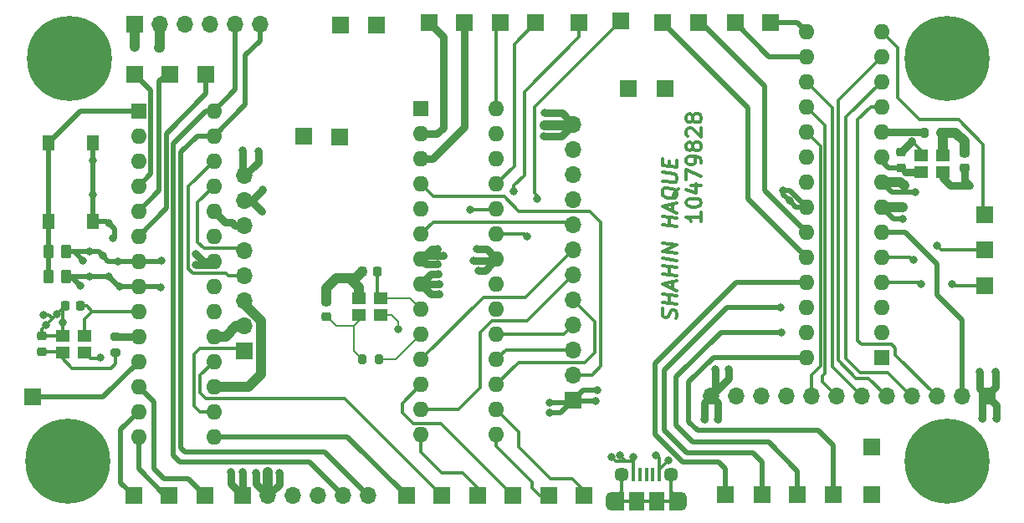
<source format=gbr>
%TF.GenerationSoftware,KiCad,Pcbnew,(6.0.2)*%
%TF.CreationDate,2022-03-17T15:01:17+00:00*%
%TF.ProjectId,PROJ324-Ard1,50524f4a-3332-4342-9d41-7264312e6b69,rev?*%
%TF.SameCoordinates,Original*%
%TF.FileFunction,Copper,L1,Top*%
%TF.FilePolarity,Positive*%
%FSLAX46Y46*%
G04 Gerber Fmt 4.6, Leading zero omitted, Abs format (unit mm)*
G04 Created by KiCad (PCBNEW (6.0.2)) date 2022-03-17 15:01:17*
%MOMM*%
%LPD*%
G01*
G04 APERTURE LIST*
G04 Aperture macros list*
%AMRoundRect*
0 Rectangle with rounded corners*
0 $1 Rounding radius*
0 $2 $3 $4 $5 $6 $7 $8 $9 X,Y pos of 4 corners*
0 Add a 4 corners polygon primitive as box body*
4,1,4,$2,$3,$4,$5,$6,$7,$8,$9,$2,$3,0*
0 Add four circle primitives for the rounded corners*
1,1,$1+$1,$2,$3*
1,1,$1+$1,$4,$5*
1,1,$1+$1,$6,$7*
1,1,$1+$1,$8,$9*
0 Add four rect primitives between the rounded corners*
20,1,$1+$1,$2,$3,$4,$5,0*
20,1,$1+$1,$4,$5,$6,$7,0*
20,1,$1+$1,$6,$7,$8,$9,0*
20,1,$1+$1,$8,$9,$2,$3,0*%
G04 Aperture macros list end*
%ADD10C,0.300000*%
%TA.AperFunction,NonConductor*%
%ADD11C,0.300000*%
%TD*%
%TA.AperFunction,ComponentPad*%
%ADD12R,1.700000X1.700000*%
%TD*%
%TA.AperFunction,SMDPad,CuDef*%
%ADD13RoundRect,0.250000X-0.262500X-0.450000X0.262500X-0.450000X0.262500X0.450000X-0.262500X0.450000X0*%
%TD*%
%TA.AperFunction,SMDPad,CuDef*%
%ADD14R,0.400000X1.350000*%
%TD*%
%TA.AperFunction,ComponentPad*%
%ADD15C,1.450000*%
%TD*%
%TA.AperFunction,SMDPad,CuDef*%
%ADD16R,1.500000X1.900000*%
%TD*%
%TA.AperFunction,ComponentPad*%
%ADD17O,1.200000X1.900000*%
%TD*%
%TA.AperFunction,SMDPad,CuDef*%
%ADD18R,1.200000X1.900000*%
%TD*%
%TA.AperFunction,SMDPad,CuDef*%
%ADD19R,1.400000X1.200000*%
%TD*%
%TA.AperFunction,ComponentPad*%
%ADD20O,1.700000X1.700000*%
%TD*%
%TA.AperFunction,SMDPad,CuDef*%
%ADD21RoundRect,0.225000X-0.250000X0.225000X-0.250000X-0.225000X0.250000X-0.225000X0.250000X0.225000X0*%
%TD*%
%TA.AperFunction,SMDPad,CuDef*%
%ADD22R,1.300000X1.550000*%
%TD*%
%TA.AperFunction,ComponentPad*%
%ADD23C,8.600000*%
%TD*%
%TA.AperFunction,ComponentPad*%
%ADD24C,0.900000*%
%TD*%
%TA.AperFunction,SMDPad,CuDef*%
%ADD25RoundRect,0.225000X0.250000X-0.225000X0.250000X0.225000X-0.250000X0.225000X-0.250000X-0.225000X0*%
%TD*%
%TA.AperFunction,SMDPad,CuDef*%
%ADD26RoundRect,0.225000X0.225000X0.250000X-0.225000X0.250000X-0.225000X-0.250000X0.225000X-0.250000X0*%
%TD*%
%TA.AperFunction,ComponentPad*%
%ADD27R,1.600000X1.600000*%
%TD*%
%TA.AperFunction,ComponentPad*%
%ADD28O,1.600000X1.600000*%
%TD*%
%TA.AperFunction,SMDPad,CuDef*%
%ADD29RoundRect,0.250000X0.262500X0.450000X-0.262500X0.450000X-0.262500X-0.450000X0.262500X-0.450000X0*%
%TD*%
%TA.AperFunction,SMDPad,CuDef*%
%ADD30RoundRect,0.200000X0.200000X0.275000X-0.200000X0.275000X-0.200000X-0.275000X0.200000X-0.275000X0*%
%TD*%
%TA.AperFunction,SMDPad,CuDef*%
%ADD31RoundRect,0.200000X-0.200000X-0.275000X0.200000X-0.275000X0.200000X0.275000X-0.200000X0.275000X0*%
%TD*%
%TA.AperFunction,SMDPad,CuDef*%
%ADD32RoundRect,0.200000X0.275000X-0.200000X0.275000X0.200000X-0.275000X0.200000X-0.275000X-0.200000X0*%
%TD*%
%TA.AperFunction,ViaPad*%
%ADD33C,0.800000*%
%TD*%
%TA.AperFunction,Conductor*%
%ADD34C,0.500000*%
%TD*%
%TA.AperFunction,Conductor*%
%ADD35C,0.750000*%
%TD*%
%TA.AperFunction,Conductor*%
%ADD36C,0.300000*%
%TD*%
%TA.AperFunction,Conductor*%
%ADD37C,1.000000*%
%TD*%
%TA.AperFunction,Conductor*%
%ADD38C,0.200000*%
%TD*%
G04 APERTURE END LIST*
D10*
D11*
X217548571Y-54421428D02*
X217548571Y-55278571D01*
X217548571Y-54850000D02*
X216048571Y-54850000D01*
X216262857Y-54992857D01*
X216405714Y-55135714D01*
X216477142Y-55278571D01*
X216048571Y-53492857D02*
X216048571Y-53350000D01*
X216120000Y-53207142D01*
X216191428Y-53135714D01*
X216334285Y-53064285D01*
X216620000Y-52992857D01*
X216977142Y-52992857D01*
X217262857Y-53064285D01*
X217405714Y-53135714D01*
X217477142Y-53207142D01*
X217548571Y-53350000D01*
X217548571Y-53492857D01*
X217477142Y-53635714D01*
X217405714Y-53707142D01*
X217262857Y-53778571D01*
X216977142Y-53850000D01*
X216620000Y-53850000D01*
X216334285Y-53778571D01*
X216191428Y-53707142D01*
X216120000Y-53635714D01*
X216048571Y-53492857D01*
X216548571Y-51707142D02*
X217548571Y-51707142D01*
X215977142Y-52064285D02*
X217048571Y-52421428D01*
X217048571Y-51492857D01*
X216048571Y-51064285D02*
X216048571Y-50064285D01*
X217548571Y-50707142D01*
X217548571Y-49421428D02*
X217548571Y-49135714D01*
X217477142Y-48992857D01*
X217405714Y-48921428D01*
X217191428Y-48778571D01*
X216905714Y-48707142D01*
X216334285Y-48707142D01*
X216191428Y-48778571D01*
X216120000Y-48850000D01*
X216048571Y-48992857D01*
X216048571Y-49278571D01*
X216120000Y-49421428D01*
X216191428Y-49492857D01*
X216334285Y-49564285D01*
X216691428Y-49564285D01*
X216834285Y-49492857D01*
X216905714Y-49421428D01*
X216977142Y-49278571D01*
X216977142Y-48992857D01*
X216905714Y-48850000D01*
X216834285Y-48778571D01*
X216691428Y-48707142D01*
X216691428Y-47850000D02*
X216620000Y-47992857D01*
X216548571Y-48064285D01*
X216405714Y-48135714D01*
X216334285Y-48135714D01*
X216191428Y-48064285D01*
X216120000Y-47992857D01*
X216048571Y-47850000D01*
X216048571Y-47564285D01*
X216120000Y-47421428D01*
X216191428Y-47350000D01*
X216334285Y-47278571D01*
X216405714Y-47278571D01*
X216548571Y-47350000D01*
X216620000Y-47421428D01*
X216691428Y-47564285D01*
X216691428Y-47850000D01*
X216762857Y-47992857D01*
X216834285Y-48064285D01*
X216977142Y-48135714D01*
X217262857Y-48135714D01*
X217405714Y-48064285D01*
X217477142Y-47992857D01*
X217548571Y-47850000D01*
X217548571Y-47564285D01*
X217477142Y-47421428D01*
X217405714Y-47350000D01*
X217262857Y-47278571D01*
X216977142Y-47278571D01*
X216834285Y-47350000D01*
X216762857Y-47421428D01*
X216691428Y-47564285D01*
X216191428Y-46707142D02*
X216120000Y-46635714D01*
X216048571Y-46492857D01*
X216048571Y-46135714D01*
X216120000Y-45992857D01*
X216191428Y-45921428D01*
X216334285Y-45850000D01*
X216477142Y-45850000D01*
X216691428Y-45921428D01*
X217548571Y-46778571D01*
X217548571Y-45850000D01*
X216691428Y-44992857D02*
X216620000Y-45135714D01*
X216548571Y-45207142D01*
X216405714Y-45278571D01*
X216334285Y-45278571D01*
X216191428Y-45207142D01*
X216120000Y-45135714D01*
X216048571Y-44992857D01*
X216048571Y-44707142D01*
X216120000Y-44564285D01*
X216191428Y-44492857D01*
X216334285Y-44421428D01*
X216405714Y-44421428D01*
X216548571Y-44492857D01*
X216620000Y-44564285D01*
X216691428Y-44707142D01*
X216691428Y-44992857D01*
X216762857Y-45135714D01*
X216834285Y-45207142D01*
X216977142Y-45278571D01*
X217262857Y-45278571D01*
X217405714Y-45207142D01*
X217477142Y-45135714D01*
X217548571Y-44992857D01*
X217548571Y-44707142D01*
X217477142Y-44564285D01*
X217405714Y-44492857D01*
X217262857Y-44421428D01*
X216977142Y-44421428D01*
X216834285Y-44492857D01*
X216762857Y-44564285D01*
X216691428Y-44707142D01*
D10*
D11*
X215027142Y-65178794D02*
X215098571Y-64973437D01*
X215098571Y-64616294D01*
X215027142Y-64464508D01*
X214955714Y-64384151D01*
X214812857Y-64294866D01*
X214670000Y-64277008D01*
X214527142Y-64330580D01*
X214455714Y-64393080D01*
X214384285Y-64527008D01*
X214312857Y-64803794D01*
X214241428Y-64937723D01*
X214170000Y-65000223D01*
X214027142Y-65053794D01*
X213884285Y-65035937D01*
X213741428Y-64946651D01*
X213670000Y-64866294D01*
X213598571Y-64714508D01*
X213598571Y-64357366D01*
X213670000Y-64152008D01*
X215098571Y-63687723D02*
X213598571Y-63500223D01*
X214312857Y-63589508D02*
X214312857Y-62732366D01*
X215098571Y-62830580D02*
X213598571Y-62643080D01*
X214670000Y-62134151D02*
X214670000Y-61419866D01*
X215098571Y-62330580D02*
X213598571Y-61643080D01*
X215098571Y-61330580D01*
X215098571Y-60830580D02*
X213598571Y-60643080D01*
X214312857Y-60732366D02*
X214312857Y-59875223D01*
X215098571Y-59973437D02*
X213598571Y-59785937D01*
X215098571Y-59259151D02*
X213598571Y-59071651D01*
X215098571Y-58544866D02*
X213598571Y-58357366D01*
X215098571Y-57687723D01*
X213598571Y-57500223D01*
X215098571Y-55830580D02*
X213598571Y-55643080D01*
X214312857Y-55732366D02*
X214312857Y-54875223D01*
X215098571Y-54973437D02*
X213598571Y-54785937D01*
X214670000Y-54277008D02*
X214670000Y-53562723D01*
X215098571Y-54473437D02*
X213598571Y-53785937D01*
X215098571Y-53473437D01*
X215241428Y-51991294D02*
X215170000Y-52125223D01*
X215027142Y-52250223D01*
X214812857Y-52437723D01*
X214741428Y-52571651D01*
X214741428Y-52714508D01*
X215098571Y-52687723D02*
X215027142Y-52821651D01*
X214884285Y-52946651D01*
X214598571Y-52982366D01*
X214098571Y-52919866D01*
X213812857Y-52812723D01*
X213670000Y-52652008D01*
X213598571Y-52500223D01*
X213598571Y-52214508D01*
X213670000Y-52080580D01*
X213812857Y-51955580D01*
X214098571Y-51919866D01*
X214598571Y-51982366D01*
X214884285Y-52089508D01*
X215027142Y-52250223D01*
X215098571Y-52402008D01*
X215098571Y-52687723D01*
X213598571Y-51214508D02*
X214812857Y-51366294D01*
X214955714Y-51312723D01*
X215027142Y-51250223D01*
X215098571Y-51116294D01*
X215098571Y-50830580D01*
X215027142Y-50678794D01*
X214955714Y-50598437D01*
X214812857Y-50509151D01*
X213598571Y-50357366D01*
X214312857Y-49732366D02*
X214312857Y-49232366D01*
X215098571Y-49116294D02*
X215098571Y-49830580D01*
X213598571Y-49643080D01*
X213598571Y-48928794D01*
D12*
%TO.P,J33,1,Pin_1*%
%TO.N,ATMEGA_3_TXD*%
X184700000Y-35400000D03*
%TD*%
%TO.P,J44,1,Pin_1*%
%TO.N,+5V*%
X210170000Y-41860000D03*
%TD*%
%TO.P,J21,1,Pin_1*%
%TO.N,Net-(J21-Pad1)*%
X221000000Y-35200000D03*
%TD*%
D13*
%TO.P,R10,1*%
%TO.N,ATMEGA_RESET*%
X151475000Y-58400000D03*
%TO.P,R10,2*%
%TO.N,+5V*%
X153300000Y-58400000D03*
%TD*%
D12*
%TO.P,J27,1,Pin_1*%
%TO.N,ATMEGA_2_RXD*%
X190000000Y-35200000D03*
%TD*%
%TO.P,J12,1,Pin_1*%
%TO.N,ATMEGA_1_RXD*%
X227300000Y-83000000D03*
%TD*%
%TO.P,J20,1,Pin_1*%
%TO.N,Net-(U4-Pad16)*%
X205700000Y-83100000D03*
%TD*%
D14*
%TO.P,J1,1,VBUS*%
%TO.N,+5V*%
X210710000Y-80967500D03*
%TO.P,J1,2,D-*%
%TO.N,USB_CONN_D-*%
X211360000Y-80967500D03*
%TO.P,J1,3,D+*%
%TO.N,USB_CONN_D+*%
X212010000Y-80967500D03*
%TO.P,J1,4,ID*%
%TO.N,unconnected-(J1-Pad4)*%
X212660000Y-80967500D03*
%TO.P,J1,5,GND*%
%TO.N,GND*%
X213310000Y-80967500D03*
D15*
%TO.P,J1,6,Shield*%
%TO.N,unconnected-(J1-Pad6)*%
X209510000Y-80967500D03*
D16*
X211010000Y-83667500D03*
D17*
X215510000Y-83667500D03*
D18*
X209110000Y-83667500D03*
D16*
X213010000Y-83667500D03*
D17*
X208510000Y-83667500D03*
D15*
X214510000Y-80967500D03*
D18*
X214910000Y-83667500D03*
%TD*%
D12*
%TO.P,J45,1,Pin_1*%
%TO.N,+5V*%
X234780000Y-83040000D03*
%TD*%
%TO.P,J38,1,Pin_1*%
%TO.N,Net-(J38-Pad1)*%
X198500000Y-83100000D03*
%TD*%
D19*
%TO.P,Y2,1,1*%
%TO.N,ATMEGA_2_CRYSTAL_IN*%
X185100000Y-63100000D03*
%TO.P,Y2,2,2*%
%TO.N,GND*%
X182900000Y-63100000D03*
%TO.P,Y2,3,3*%
%TO.N,Net-(C8-Pad1)*%
X182900000Y-64800000D03*
%TO.P,Y2,4,4*%
%TO.N,GND*%
X185100000Y-64800000D03*
%TD*%
D12*
%TO.P,J40,1,Pin_1*%
%TO.N,GND*%
X213900000Y-41830000D03*
%TD*%
%TO.P,J18,1,Pin_1*%
%TO.N,Net-(J18-Pad1)*%
X202100000Y-83100000D03*
%TD*%
%TO.P,J24,1,Pin_1*%
%TO.N,Net-(J24-Pad1)*%
X209400000Y-35000000D03*
%TD*%
%TO.P,J32,1,Pin_1*%
%TO.N,Net-(J32-Pad1)*%
X163800000Y-40400000D03*
%TD*%
%TO.P,J22,1,Pin_1*%
%TO.N,Net-(J22-Pad1)*%
X191300000Y-83100000D03*
%TD*%
%TO.P,J9,1,Pin_1*%
%TO.N,Net-(J9-Pad1)*%
X213600000Y-35200000D03*
%TD*%
%TO.P,J26,1,Pin_1*%
%TO.N,Net-(J26-Pad1)*%
X200800000Y-35200000D03*
%TD*%
%TO.P,J30,1,Pin_1*%
%TO.N,Net-(J30-Pad1)*%
X160200000Y-40400000D03*
%TD*%
%TO.P,J4,1,Pin_1*%
%TO.N,GND*%
X204600000Y-73400000D03*
D20*
%TO.P,J4,2,Pin_2*%
%TO.N,ATMEGA_2_DRDY*%
X204600000Y-70860000D03*
%TO.P,J4,3,Pin_3*%
%TO.N,ATMEGA_2_MISO*%
X204600000Y-68320000D03*
%TO.P,J4,4,Pin_4*%
%TO.N,ATMEGA_2_SCK*%
X204600000Y-65780000D03*
%TO.P,J4,5,Pin_5*%
%TO.N,ATMEGA_2_MOSI*%
X204600000Y-63240000D03*
%TO.P,J4,6,Pin_6*%
%TO.N,ATMEGA_2_CS*%
X204600000Y-60700000D03*
%TO.P,J4,7,Pin_7*%
%TO.N,ATMEGA_2_START*%
X204600000Y-58160000D03*
%TO.P,J4,8,Pin_8*%
%TO.N,ATMEGA_2_PWDN_RESET*%
X204600000Y-55620000D03*
%TO.P,J4,9,Pin_9*%
%TO.N,unconnected-(J4-Pad9)*%
X204600000Y-53080000D03*
%TO.P,J4,10,Pin_10*%
%TO.N,unconnected-(J4-Pad10)*%
X204600000Y-50540000D03*
%TO.P,J4,11,Pin_11*%
%TO.N,unconnected-(J4-Pad11)*%
X204600000Y-48000000D03*
%TO.P,J4,12,Pin_12*%
%TO.N,+5V*%
X204600000Y-45460000D03*
%TD*%
D21*
%TO.P,C6,1*%
%TO.N,Net-(C6-Pad1)*%
X244200000Y-48375000D03*
%TO.P,C6,2*%
%TO.N,GND*%
X244200000Y-49925000D03*
%TD*%
D12*
%TO.P,J16,1,Pin_1*%
%TO.N,Net-(J16-Pad1)*%
X246200000Y-54600000D03*
%TD*%
D22*
%TO.P,SW1,1,A*%
%TO.N,GND*%
X155950000Y-47325000D03*
X155950000Y-55275000D03*
%TO.P,SW1,2,B*%
%TO.N,ATMEGA_RESET*%
X151450000Y-55275000D03*
X151450000Y-47325000D03*
%TD*%
D12*
%TO.P,J42,1,Pin_1*%
%TO.N,GND*%
X180940000Y-46760000D03*
%TD*%
%TO.P,J41,1,Pin_1*%
%TO.N,GND*%
X234820000Y-78160000D03*
%TD*%
D23*
%TO.P,H3,1,1*%
%TO.N,GND*%
X242400000Y-79600000D03*
D24*
X242400000Y-76375000D03*
X240119581Y-81880419D03*
X239175000Y-79600000D03*
X244680419Y-77319581D03*
X245625000Y-79600000D03*
X240119581Y-77319581D03*
X244680419Y-81880419D03*
X242400000Y-82825000D03*
%TD*%
%TO.P,H2,1,1*%
%TO.N,GND*%
X151119581Y-81880419D03*
D23*
X153400000Y-79600000D03*
D24*
X155680419Y-77319581D03*
X156625000Y-79600000D03*
X153400000Y-76375000D03*
X151119581Y-77319581D03*
X155680419Y-81880419D03*
X150175000Y-79600000D03*
X153400000Y-82825000D03*
%TD*%
D19*
%TO.P,Y1,1,1*%
%TO.N,ATMEGA_1_CRYSTAL_IN*%
X239800000Y-50300000D03*
%TO.P,Y1,2,2*%
%TO.N,GND*%
X242000000Y-50300000D03*
%TO.P,Y1,3,3*%
%TO.N,Net-(C6-Pad1)*%
X242000000Y-48600000D03*
%TO.P,Y1,4,4*%
%TO.N,GND*%
X239800000Y-48600000D03*
%TD*%
D25*
%TO.P,C5,1*%
%TO.N,ATMEGA_1_CRYSTAL_IN*%
X237800000Y-49875000D03*
%TO.P,C5,2*%
%TO.N,GND*%
X237800000Y-48325000D03*
%TD*%
D26*
%TO.P,C9,1*%
%TO.N,ATMEGA_3_CRYSTAL_IN*%
X154700000Y-63900000D03*
%TO.P,C9,2*%
%TO.N,GND*%
X153150000Y-63900000D03*
%TD*%
D12*
%TO.P,J17,1,Pin_1*%
%TO.N,Net-(J17-Pad1)*%
X187700000Y-83100000D03*
%TD*%
%TO.P,J6,1,Pin_1*%
%TO.N,+5V*%
X160180000Y-35300000D03*
D20*
%TO.P,J6,2,Pin_2*%
%TO.N,GND*%
X162720000Y-35300000D03*
%TO.P,J6,3,Pin_3*%
%TO.N,unconnected-(J6-Pad3)*%
X165260000Y-35300000D03*
%TO.P,J6,4,Pin_4*%
%TO.N,unconnected-(J6-Pad4)*%
X167800000Y-35300000D03*
%TO.P,J6,5,Pin_5*%
%TO.N,ATMEGA_3_SCL_1*%
X170340000Y-35300000D03*
%TO.P,J6,6,Pin_6*%
%TO.N,ATMEGA_3_SDA_1*%
X172880000Y-35300000D03*
%TD*%
D12*
%TO.P,J14,1,Pin_1*%
%TO.N,Net-(J14-Pad1)*%
X163700000Y-83100000D03*
%TD*%
D27*
%TO.P,U5,1,~{RESET}/PC6*%
%TO.N,ATMEGA_RESET*%
X160600000Y-44100000D03*
D28*
%TO.P,U5,2,PD0*%
%TO.N,ATMEGA_3_RXD*%
X160600000Y-46640000D03*
%TO.P,U5,3,PD1*%
%TO.N,ATMEGA_3_TXD*%
X160600000Y-49180000D03*
%TO.P,U5,4,PD2*%
%TO.N,Net-(J30-Pad1)*%
X160600000Y-51720000D03*
%TO.P,U5,5,PD3*%
%TO.N,Net-(J32-Pad1)*%
X160600000Y-54260000D03*
%TO.P,U5,6,PD4*%
%TO.N,Net-(J35-Pad1)*%
X160600000Y-56800000D03*
%TO.P,U5,7,VCC*%
%TO.N,+5V*%
X160600000Y-59340000D03*
%TO.P,U5,8,GND*%
%TO.N,GND*%
X160600000Y-61880000D03*
%TO.P,U5,9,XTAL1/PB6*%
%TO.N,ATMEGA_3_CRYSTAL_IN*%
X160600000Y-64420000D03*
%TO.P,U5,10,XTAL2/PB7*%
%TO.N,ATMEGA_3_CRYSTAL_OUT*%
X160600000Y-66960000D03*
%TO.P,U5,11,PD5*%
%TO.N,Net-(J36-Pad1)*%
X160600000Y-69500000D03*
%TO.P,U5,12,PD6*%
%TO.N,Net-(J37-Pad1)*%
X160600000Y-72040000D03*
%TO.P,U5,13,PD7*%
%TO.N,Net-(J39-Pad1)*%
X160600000Y-74580000D03*
%TO.P,U5,14,PB0*%
%TO.N,Net-(J14-Pad1)*%
X160600000Y-77120000D03*
%TO.P,U5,15,PB1*%
%TO.N,Net-(J17-Pad1)*%
X168220000Y-77120000D03*
%TO.P,U5,16,PB2*%
%TO.N,ATMEGA_3_LCD_LED*%
X168220000Y-74580000D03*
%TO.P,U5,17,PB3*%
%TO.N,ATMEGA_3_LCD_SDA*%
X168220000Y-72040000D03*
%TO.P,U5,18,PB4*%
%TO.N,Net-(J22-Pad1)*%
X168220000Y-69500000D03*
%TO.P,U5,19,PB5*%
%TO.N,ATMEGA_3_LCD_SCK*%
X168220000Y-66960000D03*
%TO.P,U5,20,AVCC*%
%TO.N,unconnected-(U5-Pad20)*%
X168220000Y-64420000D03*
%TO.P,U5,21,AREF*%
%TO.N,unconnected-(U5-Pad21)*%
X168220000Y-61880000D03*
%TO.P,U5,22,GND*%
%TO.N,GND*%
X168220000Y-59340000D03*
%TO.P,U5,23,PC0*%
%TO.N,unconnected-(U5-Pad23)*%
X168220000Y-56800000D03*
%TO.P,U5,24,PC1*%
%TO.N,ATMEGA_3_LCD_CS*%
X168220000Y-54260000D03*
%TO.P,U5,25,PC2*%
%TO.N,ATMEGA_3_LCD_RESET*%
X168220000Y-51720000D03*
%TO.P,U5,26,PC3*%
%TO.N,ATMEGA_3_LCD_A0*%
X168220000Y-49180000D03*
%TO.P,U5,27,PC4*%
%TO.N,ATMEGA_3_SDA_1*%
X168220000Y-46640000D03*
%TO.P,U5,28,PC5*%
%TO.N,ATMEGA_3_SCL_1*%
X168220000Y-44100000D03*
%TD*%
D29*
%TO.P,R11,1*%
%TO.N,GND*%
X153300000Y-60900000D03*
%TO.P,R11,2*%
%TO.N,ATMEGA_RESET*%
X151475000Y-60900000D03*
%TD*%
D24*
%TO.P,H4,1,1*%
%TO.N,GND*%
X244680419Y-36519581D03*
X245625000Y-38800000D03*
D23*
X242400000Y-38800000D03*
D24*
X242400000Y-35575000D03*
X244680419Y-41080419D03*
X242400000Y-42025000D03*
X239175000Y-38800000D03*
X240119581Y-36519581D03*
X240119581Y-41080419D03*
%TD*%
D25*
%TO.P,C8,1*%
%TO.N,Net-(C8-Pad1)*%
X179600000Y-65000000D03*
%TO.P,C8,2*%
%TO.N,GND*%
X179600000Y-63450000D03*
%TD*%
D12*
%TO.P,J35,1,Pin_1*%
%TO.N,Net-(J35-Pad1)*%
X167400000Y-40400000D03*
%TD*%
D30*
%TO.P,R7,1*%
%TO.N,Net-(C6-Pad1)*%
X241800000Y-46300000D03*
%TO.P,R7,2*%
%TO.N,ATMEGA_1_CRYSTAL_OUT*%
X240150000Y-46300000D03*
%TD*%
D12*
%TO.P,J37,1,Pin_1*%
%TO.N,Net-(J37-Pad1)*%
X167300000Y-83100000D03*
%TD*%
D26*
%TO.P,C7,1*%
%TO.N,ATMEGA_2_CRYSTAL_IN*%
X184800000Y-60400000D03*
%TO.P,C7,2*%
%TO.N,GND*%
X183250000Y-60400000D03*
%TD*%
D12*
%TO.P,J23,1,Pin_1*%
%TO.N,ATMEGA_3_RXD*%
X181000000Y-35400000D03*
%TD*%
%TO.P,J7,1,Pin_1*%
%TO.N,ATMEGA_3_LCD_LED*%
X171300000Y-68475000D03*
D20*
%TO.P,J7,2,Pin_2*%
%TO.N,ATMEGA_3_LCD_SCK*%
X171300000Y-65935000D03*
%TO.P,J7,3,Pin_3*%
%TO.N,ATMEGA_3_LCD_SDA*%
X171300000Y-63395000D03*
%TO.P,J7,4,Pin_4*%
%TO.N,ATMEGA_3_LCD_A0*%
X171300000Y-60855000D03*
%TO.P,J7,5,Pin_5*%
%TO.N,ATMEGA_3_LCD_RESET*%
X171300000Y-58315000D03*
%TO.P,J7,6,Pin_6*%
%TO.N,ATMEGA_3_LCD_CS*%
X171300000Y-55775000D03*
%TO.P,J7,7,Pin_7*%
%TO.N,GND*%
X171300000Y-53235000D03*
%TO.P,J7,8,Pin_8*%
%TO.N,+5V*%
X171300000Y-50695000D03*
%TD*%
D12*
%TO.P,J10,1,Pin_1*%
%TO.N,Net-(J10-Pad1)*%
X220000000Y-83000000D03*
%TD*%
%TO.P,J29,1,Pin_1*%
%TO.N,Net-(J29-Pad1)*%
X197200000Y-35200000D03*
%TD*%
%TO.P,J19,1,Pin_1*%
%TO.N,Net-(J19-Pad1)*%
X224600000Y-35200000D03*
%TD*%
%TO.P,J13,1,Pin_1*%
%TO.N,Net-(J13-Pad1)*%
X230900000Y-83000000D03*
%TD*%
%TO.P,J31,1,Pin_1*%
%TO.N,Net-(J31-Pad1)*%
X246200000Y-61800000D03*
%TD*%
%TO.P,J8,1,Pin_1*%
%TO.N,Net-(J8-Pad1)*%
X217300000Y-35200000D03*
%TD*%
D25*
%TO.P,C10,1*%
%TO.N,Net-(C10-Pad1)*%
X150800000Y-68500000D03*
%TO.P,C10,2*%
%TO.N,GND*%
X150800000Y-66950000D03*
%TD*%
D27*
%TO.P,U4,1,~{RESET}/PC6*%
%TO.N,ATMEGA_RESET*%
X189200000Y-43900000D03*
D28*
%TO.P,U4,2,PD0*%
%TO.N,ATMEGA_2_RXD*%
X189200000Y-46440000D03*
%TO.P,U4,3,PD1*%
%TO.N,ATMEGA_2_TXD*%
X189200000Y-48980000D03*
%TO.P,U4,4,PD2*%
%TO.N,ATMEGA_2_DRDY*%
X189200000Y-51520000D03*
%TO.P,U4,5,PD3*%
%TO.N,unconnected-(U4-Pad5)*%
X189200000Y-54060000D03*
%TO.P,U4,6,PD4*%
%TO.N,ATMEGA_2_PWDN_RESET*%
X189200000Y-56600000D03*
%TO.P,U4,7,VCC*%
%TO.N,+5V*%
X189200000Y-59140000D03*
%TO.P,U4,8,GND*%
%TO.N,GND*%
X189200000Y-61680000D03*
%TO.P,U4,9,XTAL1/PB6*%
%TO.N,ATMEGA_2_CRYSTAL_IN*%
X189200000Y-64220000D03*
%TO.P,U4,10,XTAL2/PB7*%
%TO.N,ATMEGA_2_CRYSTAL_OUT*%
X189200000Y-66760000D03*
%TO.P,U4,11,PD5*%
%TO.N,ATMEGA_2_START*%
X189200000Y-69300000D03*
%TO.P,U4,12,PD6*%
%TO.N,Net-(J38-Pad1)*%
X189200000Y-71840000D03*
%TO.P,U4,13,PD7*%
%TO.N,ATMEGA_2_CS*%
X189200000Y-74380000D03*
%TO.P,U4,14,PB0*%
%TO.N,Net-(J15-Pad1)*%
X189200000Y-76920000D03*
%TO.P,U4,15,PB1*%
%TO.N,Net-(J18-Pad1)*%
X196820000Y-76920000D03*
%TO.P,U4,16,PB2*%
%TO.N,Net-(U4-Pad16)*%
X196820000Y-74380000D03*
%TO.P,U4,17,PB3*%
%TO.N,ATMEGA_2_MOSI*%
X196820000Y-71840000D03*
%TO.P,U4,18,PB4*%
%TO.N,ATMEGA_2_MISO*%
X196820000Y-69300000D03*
%TO.P,U4,19,PB5*%
%TO.N,ATMEGA_2_SCK*%
X196820000Y-66760000D03*
%TO.P,U4,20,AVCC*%
%TO.N,unconnected-(U4-Pad20)*%
X196820000Y-64220000D03*
%TO.P,U4,21,AREF*%
%TO.N,unconnected-(U4-Pad21)*%
X196820000Y-61680000D03*
%TO.P,U4,22,GND*%
%TO.N,GND*%
X196820000Y-59140000D03*
%TO.P,U4,23,PC0*%
%TO.N,Net-(J24-Pad1)*%
X196820000Y-56600000D03*
%TO.P,U4,24,PC1*%
%TO.N,Net-(J25-Pad1)*%
X196820000Y-54060000D03*
%TO.P,U4,25,PC2*%
%TO.N,Net-(J26-Pad1)*%
X196820000Y-51520000D03*
%TO.P,U4,26,PC3*%
%TO.N,unconnected-(U4-Pad26)*%
X196820000Y-48980000D03*
%TO.P,U4,27,PC4*%
%TO.N,unconnected-(U4-Pad27)*%
X196820000Y-46440000D03*
%TO.P,U4,28,PC5*%
%TO.N,Net-(J29-Pad1)*%
X196820000Y-43900000D03*
%TD*%
D12*
%TO.P,J28,1,Pin_1*%
%TO.N,ATMEGA_2_TXD*%
X193600000Y-35200000D03*
%TD*%
%TO.P,J36,1,Pin_1*%
%TO.N,Net-(J36-Pad1)*%
X149900000Y-73100000D03*
%TD*%
D24*
%TO.P,H1,1,1*%
%TO.N,GND*%
X151319581Y-36519581D03*
D23*
X153600000Y-38800000D03*
D24*
X151319581Y-41080419D03*
X155880419Y-41080419D03*
X150375000Y-38800000D03*
X155880419Y-36519581D03*
X153600000Y-35575000D03*
X153600000Y-42025000D03*
X156825000Y-38800000D03*
%TD*%
D12*
%TO.P,J39,1,Pin_1*%
%TO.N,Net-(J39-Pad1)*%
X160100000Y-83100000D03*
%TD*%
%TO.P,J15,1,Pin_1*%
%TO.N,Net-(J15-Pad1)*%
X194900000Y-83100000D03*
%TD*%
D31*
%TO.P,R8,1*%
%TO.N,Net-(C8-Pad1)*%
X183250000Y-69300000D03*
%TO.P,R8,2*%
%TO.N,ATMEGA_2_CRYSTAL_OUT*%
X184900000Y-69300000D03*
%TD*%
D12*
%TO.P,J43,1,Pin_1*%
%TO.N,+5V*%
X177290000Y-46720000D03*
%TD*%
D27*
%TO.P,U3,1,~{RESET}/PC6*%
%TO.N,ATMEGA_RESET*%
X235800000Y-69100000D03*
D28*
%TO.P,U3,2,PD0*%
%TO.N,ATMEGA_1_RXD*%
X235800000Y-66560000D03*
%TO.P,U3,3,PD1*%
%TO.N,ATMEGA_1_TXD*%
X235800000Y-64020000D03*
%TO.P,U3,4,PD2*%
%TO.N,Net-(J31-Pad1)*%
X235800000Y-61480000D03*
%TO.P,U3,5,PD3*%
%TO.N,Net-(J34-Pad1)*%
X235800000Y-58940000D03*
%TO.P,U3,6,PD4*%
%TO.N,ATMEGA_1_PWDN_RESET*%
X235800000Y-56400000D03*
%TO.P,U3,7,VCC*%
%TO.N,+5V*%
X235800000Y-53860000D03*
%TO.P,U3,8,GND*%
%TO.N,GND*%
X235800000Y-51320000D03*
%TO.P,U3,9,XTAL1/PB6*%
%TO.N,ATMEGA_1_CRYSTAL_IN*%
X235800000Y-48780000D03*
%TO.P,U3,10,XTAL2/PB7*%
%TO.N,ATMEGA_1_CRYSTAL_OUT*%
X235800000Y-46240000D03*
%TO.P,U3,11,PD5*%
%TO.N,ATMEGA_1_START*%
X235800000Y-43700000D03*
%TO.P,U3,12,PD6*%
%TO.N,ATMEGA_1_DRDY*%
X235800000Y-41160000D03*
%TO.P,U3,13,PD7*%
%TO.N,ATMEGA_1_CS*%
X235800000Y-38620000D03*
%TO.P,U3,14,PB0*%
%TO.N,Net-(J16-Pad1)*%
X235800000Y-36080000D03*
%TO.P,U3,15,PB1*%
%TO.N,Net-(J19-Pad1)*%
X228180000Y-36080000D03*
%TO.P,U3,16,PB2*%
%TO.N,Net-(J21-Pad1)*%
X228180000Y-38620000D03*
%TO.P,U3,17,PB3*%
%TO.N,ATMEGA_1_MOSI*%
X228180000Y-41160000D03*
%TO.P,U3,18,PB4*%
%TO.N,ATMEGA_1_MISO*%
X228180000Y-43700000D03*
%TO.P,U3,19,PB5*%
%TO.N,ATMEGA_1_SCK*%
X228180000Y-46240000D03*
%TO.P,U3,20,AVCC*%
%TO.N,unconnected-(U3-Pad20)*%
X228180000Y-48780000D03*
%TO.P,U3,21,AREF*%
%TO.N,unconnected-(U3-Pad21)*%
X228180000Y-51320000D03*
%TO.P,U3,22,GND*%
%TO.N,GND*%
X228180000Y-53860000D03*
%TO.P,U3,23,PC0*%
%TO.N,Net-(J8-Pad1)*%
X228180000Y-56400000D03*
%TO.P,U3,24,PC1*%
%TO.N,Net-(J9-Pad1)*%
X228180000Y-58940000D03*
%TO.P,U3,25,PC2*%
%TO.N,Net-(J10-Pad1)*%
X228180000Y-61480000D03*
%TO.P,U3,26,PC3*%
%TO.N,unconnected-(U3-Pad26)*%
X228180000Y-64020000D03*
%TO.P,U3,27,PC4*%
%TO.N,unconnected-(U3-Pad27)*%
X228180000Y-66560000D03*
%TO.P,U3,28,PC5*%
%TO.N,Net-(J13-Pad1)*%
X228180000Y-69100000D03*
%TD*%
D12*
%TO.P,J25,1,Pin_1*%
%TO.N,Net-(J25-Pad1)*%
X205200000Y-35200000D03*
%TD*%
D19*
%TO.P,Y3,1,1*%
%TO.N,ATMEGA_3_CRYSTAL_IN*%
X155100000Y-66900000D03*
%TO.P,Y3,2,2*%
%TO.N,GND*%
X152900000Y-66900000D03*
%TO.P,Y3,3,3*%
%TO.N,Net-(C10-Pad1)*%
X152900000Y-68600000D03*
%TO.P,Y3,4,4*%
%TO.N,GND*%
X155100000Y-68600000D03*
%TD*%
D12*
%TO.P,J34,1,Pin_1*%
%TO.N,Net-(J34-Pad1)*%
X246200000Y-58200000D03*
%TD*%
%TO.P,J3,1,Pin_1*%
%TO.N,+5V*%
X246450000Y-73000000D03*
D20*
%TO.P,J3,2,Pin_2*%
%TO.N,ATMEGA_1_PWDN_RESET*%
X243910000Y-73000000D03*
%TO.P,J3,3,Pin_3*%
%TO.N,ATMEGA_1_START*%
X241370000Y-73000000D03*
%TO.P,J3,4,Pin_4*%
%TO.N,ATMEGA_1_DRDY*%
X238830000Y-73000000D03*
%TO.P,J3,5,Pin_5*%
%TO.N,ATMEGA_1_CS*%
X236290000Y-73000000D03*
%TO.P,J3,6,Pin_6*%
%TO.N,ATMEGA_1_MOSI*%
X233750000Y-73000000D03*
%TO.P,J3,7,Pin_7*%
%TO.N,ATMEGA_1_MISO*%
X231210000Y-73000000D03*
%TO.P,J3,8,Pin_8*%
%TO.N,ATMEGA_1_SCK*%
X228670000Y-73000000D03*
%TO.P,J3,9,Pin_9*%
%TO.N,unconnected-(J3-Pad9)*%
X226130000Y-73000000D03*
%TO.P,J3,10,Pin_10*%
%TO.N,unconnected-(J3-Pad10)*%
X223590000Y-73000000D03*
%TO.P,J3,11,Pin_11*%
%TO.N,unconnected-(J3-Pad11)*%
X221050000Y-73000000D03*
%TO.P,J3,12,Pin_12*%
%TO.N,GND*%
X218510000Y-73000000D03*
%TD*%
D32*
%TO.P,R9,1*%
%TO.N,Net-(C10-Pad1)*%
X158300000Y-68650000D03*
%TO.P,R9,2*%
%TO.N,ATMEGA_3_CRYSTAL_OUT*%
X158300000Y-67000000D03*
%TD*%
D12*
%TO.P,J11,1,Pin_1*%
%TO.N,ATMEGA_1_TXD*%
X223700000Y-83000000D03*
%TD*%
%TO.P,J5,1,Pin_1*%
%TO.N,+5V*%
X171150000Y-83100000D03*
D20*
%TO.P,J5,2,Pin_2*%
%TO.N,GND*%
X173690000Y-83100000D03*
%TO.P,J5,3,Pin_3*%
%TO.N,unconnected-(J5-Pad3)*%
X176230000Y-83100000D03*
%TO.P,J5,4,Pin_4*%
%TO.N,unconnected-(J5-Pad4)*%
X178770000Y-83100000D03*
%TO.P,J5,5,Pin_5*%
%TO.N,ATMEGA_3_SCL_1*%
X181310000Y-83100000D03*
%TO.P,J5,6,Pin_6*%
%TO.N,ATMEGA_3_SDA_1*%
X183850000Y-83100000D03*
%TD*%
D33*
%TO.N,GND*%
X191000000Y-61700000D03*
X166400000Y-58600000D03*
X162800000Y-62000000D03*
X186900000Y-66200000D03*
X226480000Y-53240000D03*
X158000000Y-57000000D03*
X202184000Y-73660000D03*
X190980000Y-60690000D03*
X217830000Y-75390000D03*
X152900000Y-65540000D03*
X195000000Y-60280000D03*
X244700000Y-51700000D03*
X239230000Y-52390000D03*
X182000000Y-61100000D03*
X162700000Y-37700000D03*
X155600000Y-60900000D03*
X172510000Y-80770000D03*
X173200000Y-52100000D03*
X194500000Y-59300000D03*
X174840000Y-80800000D03*
X238900000Y-47214500D03*
X156700000Y-69100000D03*
X194860000Y-58150000D03*
X173110000Y-54340000D03*
X173700000Y-80700000D03*
X166400000Y-59750000D03*
X157570000Y-55470000D03*
X220300000Y-70340000D03*
X238100000Y-51700000D03*
X151000000Y-64800000D03*
X152300000Y-64750000D03*
X154700000Y-61800000D03*
X202184000Y-74676000D03*
X206900000Y-73500000D03*
X219210000Y-75380000D03*
X207010000Y-72390000D03*
X219010000Y-70300000D03*
X225820000Y-52220000D03*
X242800000Y-51700000D03*
X213000000Y-79000000D03*
X155950000Y-49160000D03*
X162720000Y-36610000D03*
X180000000Y-61700000D03*
X214190000Y-79570000D03*
X155950000Y-52600000D03*
X157600000Y-60900000D03*
X191000000Y-62690000D03*
X158710000Y-61880000D03*
X151245000Y-65805000D03*
%TO.N,+5V*%
X155000000Y-59300000D03*
X158490000Y-59340000D03*
X201670000Y-44350000D03*
X172730000Y-48190000D03*
X169990000Y-80720000D03*
X237920000Y-55050000D03*
X201650000Y-46700000D03*
X201676000Y-45600000D03*
X157010000Y-58810000D03*
X247340000Y-70560000D03*
X160180000Y-36710000D03*
X190890000Y-58080000D03*
X245970000Y-75300000D03*
X155620000Y-58400000D03*
X171100000Y-80700000D03*
X191470000Y-58820000D03*
X237900000Y-53900000D03*
X208460000Y-79190000D03*
X247380000Y-75310000D03*
X171100000Y-48100000D03*
X210710000Y-79150000D03*
X209350000Y-79040000D03*
X190890000Y-59610000D03*
X160200000Y-37600000D03*
X245700000Y-70560000D03*
X162900000Y-59300000D03*
%TO.N,ATMEGA_1_RXD*%
X225650000Y-66600000D03*
%TO.N,ATMEGA_1_TXD*%
X225600000Y-64000000D03*
%TO.N,Net-(J34-Pad1)*%
X241400000Y-57800000D03*
X239000000Y-59200000D03*
%TO.N,Net-(J31-Pad1)*%
X239800000Y-61700000D03*
X242900000Y-61700000D03*
%TO.N,Net-(J25-Pad1)*%
X194200000Y-54100000D03*
X198600000Y-52300000D03*
%TO.N,Net-(J24-Pad1)*%
X199900000Y-56800000D03*
X200900000Y-53000000D03*
%TD*%
D34*
%TO.N,Net-(J9-Pad1)*%
X222240000Y-53000000D02*
X228180000Y-58940000D01*
X213600000Y-35200000D02*
X222240000Y-43840000D01*
X222240000Y-43840000D02*
X222240000Y-53000000D01*
D35*
%TO.N,GND*%
X195830000Y-58150000D02*
X196820000Y-59140000D01*
X217830000Y-75390000D02*
X217830000Y-73680000D01*
X174840000Y-80800000D02*
X174840000Y-81950000D01*
D34*
X204340000Y-73660000D02*
X204600000Y-73400000D01*
D36*
X155100000Y-68600000D02*
X155700000Y-69200000D01*
D35*
X190190000Y-60690000D02*
X189200000Y-61680000D01*
X166400000Y-58600000D02*
X167140000Y-59340000D01*
D34*
X155950000Y-52600000D02*
X155950000Y-55275000D01*
D35*
X242000000Y-50900000D02*
X242800000Y-51700000D01*
X191000000Y-61700000D02*
X189220000Y-61700000D01*
D34*
X153300000Y-60900000D02*
X155600000Y-60900000D01*
D37*
X182000000Y-61100000D02*
X182550000Y-61100000D01*
X173700000Y-80700000D02*
X173700000Y-83090000D01*
D35*
X194500000Y-59300000D02*
X196660000Y-59300000D01*
D34*
X158200000Y-56800000D02*
X158000000Y-57000000D01*
X160600000Y-61880000D02*
X162680000Y-61880000D01*
D35*
X167810000Y-59750000D02*
X168220000Y-59340000D01*
X219210000Y-75380000D02*
X219210000Y-73700000D01*
D34*
X153300000Y-60900000D02*
X153800000Y-60900000D01*
X225820000Y-52580000D02*
X226480000Y-53240000D01*
D35*
X244200000Y-51200000D02*
X244700000Y-51700000D01*
D34*
X158200000Y-56100000D02*
X158200000Y-56800000D01*
D36*
X151500000Y-64800000D02*
X151875000Y-65175000D01*
D35*
X191000000Y-62690000D02*
X190210000Y-62690000D01*
D38*
X185100000Y-64800000D02*
X186200000Y-64800000D01*
D35*
X220300000Y-70340000D02*
X220300000Y-71210000D01*
X189220000Y-61700000D02*
X189200000Y-61680000D01*
D34*
X157570000Y-55470000D02*
X158200000Y-56100000D01*
X239230000Y-52390000D02*
X236870000Y-52390000D01*
D36*
X152900000Y-65540000D02*
X152900000Y-66900000D01*
D34*
X157375000Y-55275000D02*
X157570000Y-55470000D01*
D37*
X182900000Y-63100000D02*
X182900000Y-62000000D01*
D36*
X239800000Y-48114500D02*
X238900000Y-47214500D01*
X213310000Y-80967500D02*
X213310000Y-79310000D01*
D35*
X217830000Y-73680000D02*
X218510000Y-73000000D01*
D37*
X182900000Y-62000000D02*
X182000000Y-61100000D01*
D38*
X186200000Y-64800000D02*
X186900000Y-65500000D01*
D34*
X202184000Y-74676000D02*
X203324000Y-74676000D01*
D35*
X172510000Y-80770000D02*
X172510000Y-81920000D01*
D36*
X150800000Y-66250000D02*
X151245000Y-65805000D01*
D35*
X171000000Y-53235000D02*
X172065000Y-53235000D01*
D34*
X236870000Y-52390000D02*
X235800000Y-51320000D01*
D36*
X213310000Y-79310000D02*
X213000000Y-79000000D01*
D34*
X155950000Y-47325000D02*
X155950000Y-49160000D01*
X158580000Y-61880000D02*
X158710000Y-61880000D01*
D35*
X238900000Y-47225000D02*
X237800000Y-48325000D01*
X219210000Y-73700000D02*
X218510000Y-73000000D01*
D34*
X203324000Y-74676000D02*
X204600000Y-73400000D01*
D36*
X156600000Y-69200000D02*
X156700000Y-69100000D01*
X155700000Y-69200000D02*
X156600000Y-69200000D01*
D35*
X238900000Y-47214500D02*
X238900000Y-47225000D01*
D38*
X186900000Y-65500000D02*
X186900000Y-66200000D01*
D34*
X155950000Y-49160000D02*
X155950000Y-52600000D01*
X158710000Y-61880000D02*
X160600000Y-61880000D01*
X155950000Y-55275000D02*
X157375000Y-55275000D01*
D36*
X213310000Y-80967500D02*
X213310000Y-80450000D01*
X151245000Y-65805000D02*
X151875000Y-65175000D01*
D35*
X244200000Y-49925000D02*
X244200000Y-51200000D01*
D34*
X155600000Y-60900000D02*
X157600000Y-60900000D01*
D37*
X235800000Y-51320000D02*
X237720000Y-51320000D01*
D34*
X205610000Y-72390000D02*
X204600000Y-73400000D01*
D37*
X237720000Y-51320000D02*
X238100000Y-51700000D01*
D35*
X166400000Y-59750000D02*
X167810000Y-59750000D01*
D34*
X228180000Y-53860000D02*
X227100000Y-53860000D01*
D35*
X194860000Y-58150000D02*
X195830000Y-58150000D01*
D34*
X225820000Y-52220000D02*
X226540000Y-52220000D01*
D36*
X152300000Y-64750000D02*
X153150000Y-63900000D01*
D35*
X171300000Y-53235000D02*
X172005000Y-53235000D01*
D34*
X153800000Y-60900000D02*
X154700000Y-61800000D01*
D35*
X172065000Y-53235000D02*
X173200000Y-52100000D01*
X195680000Y-60280000D02*
X196820000Y-59140000D01*
D37*
X182000000Y-61100000D02*
X180600000Y-61100000D01*
X179600000Y-62100000D02*
X179600000Y-63450000D01*
D34*
X207010000Y-72390000D02*
X205610000Y-72390000D01*
D36*
X239800000Y-48600000D02*
X239800000Y-48114500D01*
X213310000Y-80450000D02*
X214190000Y-79570000D01*
D34*
X227100000Y-53860000D02*
X226480000Y-53240000D01*
D37*
X180600000Y-61100000D02*
X180000000Y-61700000D01*
D36*
X152900000Y-64150000D02*
X152900000Y-65540000D01*
D34*
X226540000Y-52220000D02*
X228180000Y-53860000D01*
D35*
X242800000Y-51700000D02*
X244700000Y-51700000D01*
D34*
X204700000Y-73500000D02*
X204600000Y-73400000D01*
D37*
X162720000Y-37680000D02*
X162700000Y-37700000D01*
D34*
X225820000Y-52220000D02*
X225820000Y-52580000D01*
D36*
X153150000Y-63900000D02*
X152900000Y-64150000D01*
D37*
X173700000Y-83090000D02*
X173690000Y-83100000D01*
D35*
X219010000Y-70300000D02*
X219010000Y-72500000D01*
D36*
X150800000Y-66950000D02*
X152850000Y-66950000D01*
D35*
X174840000Y-81950000D02*
X173690000Y-83100000D01*
X220300000Y-71210000D02*
X218510000Y-73000000D01*
D37*
X162720000Y-36610000D02*
X162720000Y-37680000D01*
D35*
X190210000Y-62690000D02*
X189200000Y-61680000D01*
X172510000Y-81920000D02*
X173690000Y-83100000D01*
D34*
X202184000Y-73660000D02*
X204340000Y-73660000D01*
D38*
X183200000Y-60400000D02*
X182900000Y-60700000D01*
D36*
X151875000Y-65175000D02*
X152300000Y-64750000D01*
D35*
X190980000Y-60690000D02*
X190190000Y-60690000D01*
X195000000Y-60280000D02*
X195680000Y-60280000D01*
D36*
X152850000Y-66950000D02*
X152900000Y-66900000D01*
D34*
X162680000Y-61880000D02*
X162800000Y-62000000D01*
D37*
X182550000Y-61100000D02*
X183250000Y-60400000D01*
D36*
X151000000Y-64800000D02*
X151500000Y-64800000D01*
D35*
X242000000Y-50300000D02*
X242000000Y-50900000D01*
X167140000Y-59340000D02*
X168220000Y-59340000D01*
X196660000Y-59300000D02*
X196820000Y-59140000D01*
X172005000Y-53235000D02*
X173110000Y-54340000D01*
D34*
X157600000Y-60900000D02*
X158580000Y-61880000D01*
D37*
X162720000Y-35300000D02*
X162720000Y-36610000D01*
D34*
X206900000Y-73500000D02*
X204700000Y-73500000D01*
D37*
X180000000Y-61700000D02*
X179600000Y-62100000D01*
D36*
X150800000Y-66950000D02*
X150800000Y-66250000D01*
D35*
%TO.N,+5V*%
X190890000Y-59610000D02*
X189670000Y-59610000D01*
X247380000Y-73930000D02*
X246450000Y-73000000D01*
X201670000Y-44350000D02*
X203490000Y-44350000D01*
D34*
X154100000Y-58400000D02*
X155000000Y-59300000D01*
D35*
X172730000Y-48190000D02*
X172730000Y-49265000D01*
X245700000Y-72250000D02*
X246450000Y-73000000D01*
D36*
X209950000Y-79640000D02*
X209350000Y-79040000D01*
D37*
X237860000Y-53860000D02*
X237900000Y-53900000D01*
D35*
X171100000Y-50495000D02*
X171300000Y-50695000D01*
X203490000Y-44350000D02*
X204600000Y-45460000D01*
D36*
X210710000Y-79640000D02*
X209950000Y-79640000D01*
D35*
X190260000Y-58080000D02*
X189200000Y-59140000D01*
X247340000Y-72110000D02*
X246450000Y-73000000D01*
X201650000Y-46700000D02*
X203360000Y-46700000D01*
D36*
X208910000Y-79640000D02*
X208460000Y-79190000D01*
D35*
X169990000Y-81940000D02*
X171150000Y-83100000D01*
X190890000Y-58080000D02*
X190260000Y-58080000D01*
D34*
X162860000Y-59340000D02*
X162900000Y-59300000D01*
D35*
X191470000Y-58820000D02*
X189520000Y-58820000D01*
D36*
X210710000Y-80967500D02*
X210710000Y-79640000D01*
D34*
X237920000Y-55050000D02*
X236990000Y-55050000D01*
D35*
X172730000Y-49265000D02*
X171300000Y-50695000D01*
X189520000Y-58820000D02*
X189200000Y-59140000D01*
X247380000Y-75310000D02*
X247380000Y-73930000D01*
X189670000Y-59610000D02*
X189200000Y-59140000D01*
X245970000Y-75300000D02*
X245970000Y-73480000D01*
D34*
X157010000Y-58810000D02*
X157540000Y-59340000D01*
D37*
X160180000Y-35300000D02*
X160180000Y-36710000D01*
D35*
X171100000Y-80700000D02*
X171100000Y-83050000D01*
D37*
X235800000Y-53860000D02*
X237860000Y-53860000D01*
D35*
X171100000Y-48100000D02*
X171100000Y-50495000D01*
D37*
X204460000Y-45600000D02*
X204600000Y-45460000D01*
D36*
X209950000Y-79640000D02*
X208910000Y-79640000D01*
D35*
X169990000Y-80720000D02*
X169990000Y-81940000D01*
D36*
X210710000Y-79640000D02*
X210710000Y-79150000D01*
D35*
X247340000Y-70560000D02*
X247340000Y-72110000D01*
D37*
X160180000Y-36710000D02*
X160180000Y-37580000D01*
D34*
X156600000Y-58400000D02*
X157010000Y-58810000D01*
D35*
X203360000Y-46700000D02*
X204600000Y-45460000D01*
D37*
X160180000Y-37580000D02*
X160200000Y-37600000D01*
D34*
X153300000Y-58400000D02*
X154100000Y-58400000D01*
X155620000Y-58400000D02*
X156600000Y-58400000D01*
X158490000Y-59340000D02*
X160600000Y-59340000D01*
D35*
X245970000Y-73480000D02*
X246450000Y-73000000D01*
D37*
X201676000Y-45600000D02*
X204460000Y-45600000D01*
D34*
X160600000Y-59340000D02*
X162860000Y-59340000D01*
D35*
X171100000Y-83050000D02*
X171150000Y-83100000D01*
D34*
X236990000Y-55050000D02*
X235800000Y-53860000D01*
X157540000Y-59340000D02*
X158490000Y-59340000D01*
X153300000Y-58400000D02*
X155620000Y-58400000D01*
D35*
X245700000Y-70560000D02*
X245700000Y-72250000D01*
D36*
%TO.N,unconnected-(J1-Pad6)*%
X214510000Y-82667500D02*
X215510000Y-83667500D01*
X214510000Y-80967500D02*
X214510000Y-82667500D01*
X209510000Y-80967500D02*
X209510000Y-82667500D01*
X209510000Y-82667500D02*
X208510000Y-83667500D01*
X208510000Y-83667500D02*
X215510000Y-83667500D01*
D37*
%TO.N,Net-(C6-Pad1)*%
X244200000Y-47200000D02*
X244200000Y-48375000D01*
X241800000Y-46300000D02*
X243300000Y-46300000D01*
X242000000Y-48600000D02*
X242000000Y-46500000D01*
X243300000Y-46300000D02*
X244200000Y-47200000D01*
X242000000Y-46500000D02*
X241800000Y-46300000D01*
D35*
%TO.N,ATMEGA_1_CRYSTAL_OUT*%
X240090000Y-46240000D02*
X240150000Y-46300000D01*
X235800000Y-46240000D02*
X240090000Y-46240000D01*
D38*
%TO.N,Net-(C8-Pad1)*%
X182400000Y-68450000D02*
X182400000Y-65900000D01*
X182900000Y-65400000D02*
X182900000Y-64800000D01*
X179600000Y-64900000D02*
X180600000Y-65900000D01*
X183250000Y-69300000D02*
X182400000Y-68450000D01*
X180600000Y-65900000D02*
X182400000Y-65900000D01*
X182400000Y-65900000D02*
X182900000Y-65400000D01*
%TO.N,ATMEGA_2_CRYSTAL_OUT*%
X184900000Y-69300000D02*
X186660000Y-69300000D01*
X186660000Y-69300000D02*
X189200000Y-66760000D01*
D34*
%TO.N,ATMEGA_RESET*%
X154675000Y-44100000D02*
X151450000Y-47325000D01*
X160600000Y-44100000D02*
X154675000Y-44100000D01*
X151450000Y-55275000D02*
X151450000Y-58375000D01*
X151475000Y-58400000D02*
X151475000Y-60900000D01*
X151450000Y-47325000D02*
X151450000Y-55275000D01*
X151450000Y-58375000D02*
X151475000Y-58400000D01*
%TO.N,ATMEGA_1_RXD*%
X215000000Y-76000000D02*
X216700000Y-77700000D01*
X215000000Y-71100000D02*
X215000000Y-76000000D01*
X219540000Y-66560000D02*
X225610000Y-66560000D01*
X227300000Y-80600000D02*
X227300000Y-83000000D01*
X225610000Y-66560000D02*
X225650000Y-66600000D01*
X224400000Y-77700000D02*
X227300000Y-80600000D01*
X216700000Y-77700000D02*
X224400000Y-77700000D01*
X219540000Y-66560000D02*
X215000000Y-71100000D01*
%TO.N,ATMEGA_1_TXD*%
X222800000Y-78800000D02*
X216100000Y-78800000D01*
X223700000Y-83000000D02*
X223700000Y-79700000D01*
X213800000Y-76500000D02*
X213800000Y-70400000D01*
X216100000Y-78800000D02*
X213800000Y-76500000D01*
X223700000Y-79700000D02*
X222800000Y-78800000D01*
X225580000Y-64020000D02*
X225600000Y-64000000D01*
X220180000Y-64020000D02*
X225580000Y-64020000D01*
X213800000Y-70400000D02*
X220180000Y-64020000D01*
D36*
%TO.N,Net-(C10-Pad1)*%
X152900000Y-69200000D02*
X153900000Y-70200000D01*
X153900000Y-70200000D02*
X157800000Y-70200000D01*
X157800000Y-70200000D02*
X158300000Y-69700000D01*
X158300000Y-69700000D02*
X158300000Y-68650000D01*
X152900000Y-68600000D02*
X152900000Y-69200000D01*
X150800000Y-68500000D02*
X152800000Y-68500000D01*
X152800000Y-68500000D02*
X152900000Y-68600000D01*
D35*
%TO.N,ATMEGA_3_CRYSTAL_OUT*%
X160600000Y-66960000D02*
X158340000Y-66960000D01*
X158340000Y-66960000D02*
X158300000Y-67000000D01*
D34*
%TO.N,ATMEGA_1_PWDN_RESET*%
X241400000Y-62772924D02*
X241400000Y-59600000D01*
X243910000Y-65282924D02*
X241400000Y-62772924D01*
X238200000Y-56400000D02*
X235800000Y-56400000D01*
X241400000Y-59600000D02*
X238200000Y-56400000D01*
X243910000Y-73000000D02*
X243910000Y-65282924D01*
%TO.N,ATMEGA_1_CRYSTAL_IN*%
X236475000Y-49875000D02*
X237800000Y-49875000D01*
X235800000Y-48780000D02*
X235800000Y-49200000D01*
D35*
X239800000Y-50300000D02*
X238225000Y-50300000D01*
D34*
X235800000Y-49200000D02*
X236475000Y-49875000D01*
D36*
%TO.N,ATMEGA_1_START*%
X233400000Y-45000000D02*
X234700000Y-43700000D01*
X236799022Y-67800000D02*
X233800000Y-67800000D01*
X237200000Y-68830000D02*
X237200000Y-68200978D01*
X233800000Y-67800000D02*
X233400000Y-67400000D01*
X237200000Y-68200978D02*
X236799022Y-67800000D01*
X241370000Y-73000000D02*
X237200000Y-68830000D01*
X234700000Y-43700000D02*
X235800000Y-43700000D01*
X233400000Y-67400000D02*
X233400000Y-45000000D01*
%TO.N,ATMEGA_1_DRDY*%
X232200000Y-44760000D02*
X235800000Y-41160000D01*
X238830000Y-73000000D02*
X238800000Y-73000000D01*
X236400000Y-70600000D02*
X233600000Y-70600000D01*
X233600000Y-70600000D02*
X232200000Y-69200000D01*
X238800000Y-73000000D02*
X236400000Y-70600000D01*
X232200000Y-69200000D02*
X232200000Y-44760000D01*
%TO.N,ATMEGA_1_CS*%
X231400000Y-69400000D02*
X231400000Y-43020000D01*
X236290000Y-73000000D02*
X234490000Y-71200000D01*
X233200000Y-71200000D02*
X231400000Y-69400000D01*
X231400000Y-43020000D02*
X235800000Y-38620000D01*
X234490000Y-71200000D02*
X233200000Y-71200000D01*
%TO.N,ATMEGA_1_MOSI*%
X230800000Y-70050000D02*
X230800000Y-43780000D01*
X230800000Y-43780000D02*
X228180000Y-41160000D01*
X233750000Y-73000000D02*
X230800000Y-70050000D01*
%TO.N,ATMEGA_1_MISO*%
X230099520Y-45619520D02*
X228180000Y-43700000D01*
X230099520Y-70700480D02*
X230099520Y-45619520D01*
X229800000Y-71000000D02*
X230099520Y-70700480D01*
X229800000Y-71590000D02*
X229800000Y-71000000D01*
X231210000Y-73000000D02*
X229800000Y-71590000D01*
%TO.N,ATMEGA_1_SCK*%
X229600000Y-47660000D02*
X228180000Y-46240000D01*
X229600000Y-70000000D02*
X229600000Y-47660000D01*
X228670000Y-73000000D02*
X228670000Y-70930000D01*
X228670000Y-70930000D02*
X229600000Y-70000000D01*
D35*
%TO.N,ATMEGA_2_RXD*%
X191420000Y-36620000D02*
X190000000Y-35200000D01*
X189200000Y-46440000D02*
X190810000Y-46440000D01*
X190810000Y-46440000D02*
X191420000Y-45830000D01*
X191420000Y-45830000D02*
X191420000Y-36620000D01*
%TO.N,ATMEGA_2_TXD*%
X190331370Y-48980000D02*
X193600000Y-45711370D01*
X193600000Y-45711370D02*
X193600000Y-35200000D01*
X189200000Y-48980000D02*
X190331370Y-48980000D01*
D36*
%TO.N,ATMEGA_2_DRDY*%
X206540000Y-70860000D02*
X207400000Y-70000000D01*
X206279511Y-54279511D02*
X199079511Y-54279511D01*
X190480000Y-52800000D02*
X189200000Y-51520000D01*
X199079511Y-54279511D02*
X197600000Y-52800000D01*
X204600000Y-70860000D02*
X206540000Y-70860000D01*
X207400000Y-55400000D02*
X206279511Y-54279511D01*
X207400000Y-70000000D02*
X207400000Y-55400000D01*
X197600000Y-52800000D02*
X190480000Y-52800000D01*
%TO.N,ATMEGA_2_PWDN_RESET*%
X190400000Y-55400000D02*
X189200000Y-56600000D01*
X204380000Y-55400000D02*
X190400000Y-55400000D01*
X204600000Y-55620000D02*
X204380000Y-55400000D01*
D38*
%TO.N,ATMEGA_2_CRYSTAL_IN*%
X188080000Y-63100000D02*
X189200000Y-64220000D01*
X185470000Y-63100000D02*
X188080000Y-63100000D01*
D36*
X184800000Y-60400000D02*
X184800000Y-62800000D01*
%TO.N,ATMEGA_2_START*%
X199760000Y-63000000D02*
X195500000Y-63000000D01*
X195500000Y-63000000D02*
X189200000Y-69300000D01*
X204600000Y-58160000D02*
X199760000Y-63000000D01*
%TO.N,ATMEGA_2_CS*%
X195200000Y-72200000D02*
X193020000Y-74380000D01*
X196400000Y-65400000D02*
X195200000Y-66600000D01*
X199900000Y-65400000D02*
X196400000Y-65400000D01*
X193020000Y-74380000D02*
X189200000Y-74380000D01*
X204600000Y-60700000D02*
X199900000Y-65400000D01*
X195200000Y-66600000D02*
X195200000Y-72200000D01*
D34*
%TO.N,Net-(J13-Pad1)*%
X216300000Y-75600000D02*
X217200000Y-76500000D01*
X229400000Y-76500000D02*
X230900000Y-78000000D01*
X230900000Y-78000000D02*
X230900000Y-83000000D01*
X228180000Y-69100000D02*
X218800000Y-69100000D01*
X216300000Y-71600000D02*
X216300000Y-75600000D01*
X217200000Y-76500000D02*
X229400000Y-76500000D01*
X218800000Y-69100000D02*
X216300000Y-71600000D01*
D36*
%TO.N,ATMEGA_2_MOSI*%
X199060000Y-69600000D02*
X196820000Y-71840000D01*
X206800000Y-68600000D02*
X205800000Y-69600000D01*
X204600000Y-63240000D02*
X206800000Y-65440000D01*
X206800000Y-65440000D02*
X206800000Y-68600000D01*
X205800000Y-69600000D02*
X199060000Y-69600000D01*
%TO.N,ATMEGA_2_MISO*%
X204600000Y-68320000D02*
X197800000Y-68320000D01*
X197800000Y-68320000D02*
X196820000Y-69300000D01*
%TO.N,ATMEGA_2_SCK*%
X204600000Y-65780000D02*
X203620000Y-66760000D01*
X203620000Y-66760000D02*
X196820000Y-66760000D01*
D34*
%TO.N,Net-(J10-Pad1)*%
X215700000Y-79700000D02*
X212900000Y-76900000D01*
X219300000Y-79700000D02*
X215700000Y-79700000D01*
X220000000Y-80400000D02*
X219300000Y-79700000D01*
X221120000Y-61480000D02*
X228180000Y-61480000D01*
X212900000Y-76900000D02*
X212900000Y-69700000D01*
X220000000Y-83000000D02*
X220000000Y-80400000D01*
X212900000Y-69700000D02*
X221120000Y-61480000D01*
%TO.N,Net-(J8-Pad1)*%
X223999520Y-41627520D02*
X223999520Y-52219520D01*
X217572000Y-35200000D02*
X217300000Y-35200000D01*
X223999520Y-41627520D02*
X217572000Y-35200000D01*
X223999520Y-52219520D02*
X228180000Y-56400000D01*
%TO.N,Net-(J21-Pad1)*%
X224420000Y-38620000D02*
X221000000Y-35200000D01*
X228180000Y-38620000D02*
X224420000Y-38620000D01*
%TO.N,Net-(J19-Pad1)*%
X227300000Y-35200000D02*
X228180000Y-36080000D01*
X224600000Y-35200000D02*
X227300000Y-35200000D01*
D36*
%TO.N,Net-(J16-Pad1)*%
X237400000Y-37680000D02*
X235800000Y-36080000D01*
X237400000Y-37680000D02*
X237400000Y-42800000D01*
X246100000Y-47500000D02*
X246100000Y-54500000D01*
X239600000Y-45000000D02*
X243600000Y-45000000D01*
X237400000Y-42800000D02*
X239600000Y-45000000D01*
X246100000Y-54500000D02*
X246200000Y-54600000D01*
X243600000Y-45000000D02*
X246100000Y-47500000D01*
%TO.N,Net-(J34-Pad1)*%
X241800000Y-58200000D02*
X246200000Y-58200000D01*
X238740000Y-58940000D02*
X239000000Y-59200000D01*
X235800000Y-58940000D02*
X238740000Y-58940000D01*
X241400000Y-57800000D02*
X241800000Y-58200000D01*
%TO.N,Net-(J31-Pad1)*%
X246200000Y-61800000D02*
X243000000Y-61800000D01*
X239800000Y-61700000D02*
X239580000Y-61480000D01*
X243000000Y-61800000D02*
X242900000Y-61700000D01*
X239580000Y-61480000D02*
X235800000Y-61480000D01*
%TO.N,Net-(J29-Pad1)*%
X196820000Y-35580000D02*
X197200000Y-35200000D01*
X196820000Y-43900000D02*
X196820000Y-35580000D01*
%TO.N,ATMEGA_3_CRYSTAL_IN*%
X155920000Y-64420000D02*
X160600000Y-64420000D01*
X155100000Y-66900000D02*
X155100000Y-65240000D01*
X155100000Y-65240000D02*
X155920000Y-64420000D01*
X155400000Y-63900000D02*
X155920000Y-64420000D01*
X154700000Y-63900000D02*
X155400000Y-63900000D01*
%TO.N,Net-(J26-Pad1)*%
X200800000Y-35200000D02*
X198628000Y-37372000D01*
X198628000Y-37372000D02*
X198628000Y-49712000D01*
X198628000Y-49712000D02*
X196820000Y-51520000D01*
%TO.N,Net-(J25-Pad1)*%
X199644000Y-42156000D02*
X199644000Y-50656000D01*
X198600000Y-51700000D02*
X198600000Y-52300000D01*
X199644000Y-50656000D02*
X198600000Y-51700000D01*
X194200000Y-54100000D02*
X196780000Y-54100000D01*
X196780000Y-54100000D02*
X196820000Y-54060000D01*
X205200000Y-36600000D02*
X199644000Y-42156000D01*
X205200000Y-35200000D02*
X205200000Y-36600000D01*
%TO.N,Net-(J24-Pad1)*%
X201200000Y-53000000D02*
X200660000Y-52460000D01*
X200660000Y-52460000D02*
X200660000Y-43740000D01*
X200660000Y-43740000D02*
X209400000Y-35000000D01*
X199900000Y-56800000D02*
X199700000Y-56600000D01*
X199700000Y-56600000D02*
X196820000Y-56600000D01*
X200900000Y-53000000D02*
X201200000Y-53000000D01*
%TO.N,ATMEGA_3_LCD_LED*%
X166780000Y-74580000D02*
X168220000Y-74580000D01*
X171000000Y-68475000D02*
X170875489Y-68350489D01*
X171000000Y-68475000D02*
X170725000Y-68200000D01*
X166200000Y-74000000D02*
X166780000Y-74580000D01*
X166800000Y-68200000D02*
X166200000Y-68800000D01*
X166200000Y-68800000D02*
X166200000Y-74000000D01*
X170725000Y-68200000D02*
X166800000Y-68200000D01*
D37*
%TO.N,ATMEGA_3_LCD_SDA*%
X171760000Y-72040000D02*
X168220000Y-72040000D01*
X171000000Y-63395000D02*
X173000000Y-65395000D01*
X173000000Y-65395000D02*
X173000000Y-70800000D01*
X173000000Y-70800000D02*
X171760000Y-72040000D01*
D36*
%TO.N,Net-(J18-Pad1)*%
X196820000Y-76920000D02*
X196820000Y-78120000D01*
X201200000Y-83100000D02*
X202100000Y-83100000D01*
X200400000Y-81700000D02*
X200400000Y-82300000D01*
X196820000Y-78120000D02*
X200400000Y-81700000D01*
X200400000Y-82300000D02*
X201200000Y-83100000D01*
D37*
%TO.N,ATMEGA_3_LCD_SCK*%
X169440000Y-66960000D02*
X168220000Y-66960000D01*
X170465000Y-65935000D02*
X169440000Y-66960000D01*
X171000000Y-65935000D02*
X170465000Y-65935000D01*
D36*
%TO.N,Net-(J15-Pad1)*%
X189200000Y-76920000D02*
X189200000Y-78700000D01*
X191300000Y-80800000D02*
X193400000Y-80800000D01*
X194900000Y-82300000D02*
X194900000Y-83100000D01*
X193400000Y-80800000D02*
X194900000Y-82300000D01*
X189200000Y-78700000D02*
X191300000Y-80800000D01*
D35*
%TO.N,ATMEGA_3_LCD_CS*%
X171000000Y-55775000D02*
X170375000Y-55775000D01*
X170375000Y-55775000D02*
X170000000Y-55400000D01*
X170000000Y-55400000D02*
X169360000Y-55400000D01*
X169360000Y-55400000D02*
X168220000Y-54260000D01*
D36*
%TO.N,ATMEGA_3_LCD_RESET*%
X171000000Y-58315000D02*
X170685000Y-58000000D01*
X166600000Y-53340000D02*
X168220000Y-51720000D01*
X170685000Y-58000000D02*
X167200000Y-58000000D01*
X167200000Y-58000000D02*
X166600000Y-57400000D01*
X166600000Y-57400000D02*
X166600000Y-53340000D01*
%TO.N,ATMEGA_3_LCD_A0*%
X169655000Y-60855000D02*
X171000000Y-60855000D01*
X166100000Y-60600000D02*
X169400000Y-60600000D01*
X165600000Y-60100000D02*
X166100000Y-60600000D01*
X168220000Y-49180000D02*
X165600000Y-51800000D01*
X165600000Y-51800000D02*
X165600000Y-60100000D01*
X169400000Y-60600000D02*
X169655000Y-60855000D01*
D34*
%TO.N,ATMEGA_3_SDA_1*%
X166560000Y-46640000D02*
X168220000Y-46640000D01*
X171400000Y-43460000D02*
X168220000Y-46640000D01*
X172880000Y-37020000D02*
X171400000Y-38500000D01*
X164900000Y-78300000D02*
X164900000Y-48300000D01*
X172880000Y-35300000D02*
X172880000Y-37020000D01*
X171400000Y-38500000D02*
X171400000Y-43460000D01*
X164900000Y-48300000D02*
X166560000Y-46640000D01*
X165300000Y-78700000D02*
X164900000Y-78300000D01*
X183850000Y-83100000D02*
X179450000Y-78700000D01*
X179450000Y-78700000D02*
X165300000Y-78700000D01*
%TO.N,ATMEGA_3_SCL_1*%
X164800000Y-79700000D02*
X164100000Y-79000000D01*
X164100000Y-79000000D02*
X164100000Y-47400000D01*
X177910000Y-79700000D02*
X164800000Y-79700000D01*
X164100000Y-47400000D02*
X167400000Y-44100000D01*
X170340000Y-35300000D02*
X170340000Y-41980000D01*
X181310000Y-83100000D02*
X177910000Y-79700000D01*
X170340000Y-41980000D02*
X168220000Y-44100000D01*
X167400000Y-44100000D02*
X168220000Y-44100000D01*
D36*
%TO.N,Net-(J38-Pad1)*%
X188370489Y-75770489D02*
X191170489Y-75770489D01*
X187300000Y-74700000D02*
X188370489Y-75770489D01*
X191170489Y-75770489D02*
X198500000Y-83100000D01*
X187300000Y-73740000D02*
X187300000Y-74700000D01*
X189200000Y-71840000D02*
X187300000Y-73740000D01*
%TO.N,Net-(J22-Pad1)*%
X166800000Y-70920000D02*
X166800000Y-72700000D01*
X168220000Y-69500000D02*
X166800000Y-70920000D01*
X167400000Y-73300000D02*
X181500000Y-73300000D01*
X166800000Y-72700000D02*
X167400000Y-73300000D01*
X181500000Y-73300000D02*
X191300000Y-83100000D01*
D34*
%TO.N,Net-(J17-Pad1)*%
X168220000Y-77120000D02*
X181720000Y-77120000D01*
X181720000Y-77120000D02*
X187700000Y-83100000D01*
%TO.N,Net-(J14-Pad1)*%
X163300000Y-83100000D02*
X163700000Y-83100000D01*
X160600000Y-77120000D02*
X160600000Y-80400000D01*
X160600000Y-80400000D02*
X163300000Y-83100000D01*
%TO.N,Net-(J39-Pad1)*%
X158800000Y-76380000D02*
X158800000Y-81800000D01*
X160600000Y-74580000D02*
X158800000Y-76380000D01*
X158800000Y-81800000D02*
X160100000Y-83100000D01*
%TO.N,Net-(J37-Pad1)*%
X163200000Y-81400000D02*
X165600000Y-81400000D01*
X162200000Y-73640000D02*
X162200000Y-80400000D01*
X160600000Y-72040000D02*
X162200000Y-73640000D01*
X165600000Y-81400000D02*
X167300000Y-83100000D01*
X162200000Y-80400000D02*
X163200000Y-81400000D01*
%TO.N,Net-(J36-Pad1)*%
X157000000Y-73100000D02*
X160600000Y-69500000D01*
X149900000Y-73100000D02*
X157000000Y-73100000D01*
%TO.N,Net-(J35-Pad1)*%
X163399520Y-46400000D02*
X167400000Y-42399520D01*
X163399520Y-54000480D02*
X163399520Y-46400000D01*
X167400000Y-42399520D02*
X167400000Y-40400000D01*
X160600000Y-56800000D02*
X163399520Y-54000480D01*
%TO.N,Net-(J32-Pad1)*%
X162700000Y-41100000D02*
X163400000Y-40400000D01*
X163400000Y-40400000D02*
X163800000Y-40400000D01*
X160600000Y-54260000D02*
X162700000Y-52160000D01*
X162700000Y-52160000D02*
X162700000Y-41100000D01*
%TO.N,Net-(J30-Pad1)*%
X161849511Y-50470489D02*
X161849511Y-42049511D01*
X161849511Y-42049511D02*
X160200000Y-40400000D01*
X160600000Y-51720000D02*
X161849511Y-50470489D01*
D36*
%TO.N,Net-(U4-Pad16)*%
X205700000Y-82600000D02*
X205700000Y-83100000D01*
X204500000Y-81400000D02*
X205700000Y-82600000D01*
X202300000Y-81400000D02*
X204500000Y-81400000D01*
X199100000Y-76660000D02*
X199100000Y-78200000D01*
X196820000Y-74380000D02*
X199100000Y-76660000D01*
X199100000Y-78200000D02*
X202300000Y-81400000D01*
%TD*%
M02*

</source>
